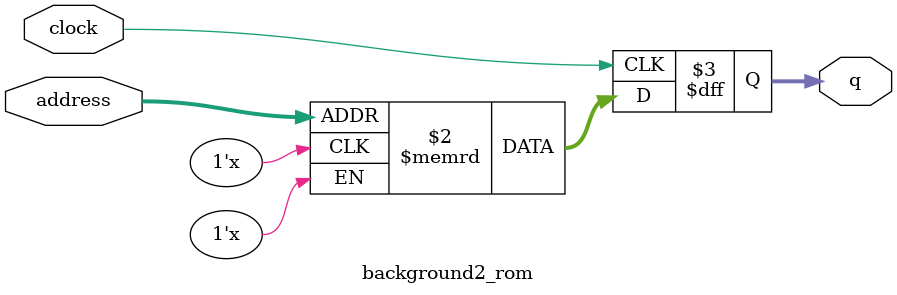
<source format=sv>
module background2_rom (
	input logic clock,
	input logic [16:0] address,
	output logic [3:0] q
);

logic [3:0] memory [0:76799] /* synthesis ram_init_file = "./background2/background2.mif" */;

always_ff @ (posedge clock) begin
	q <= memory[address];
end

endmodule

</source>
